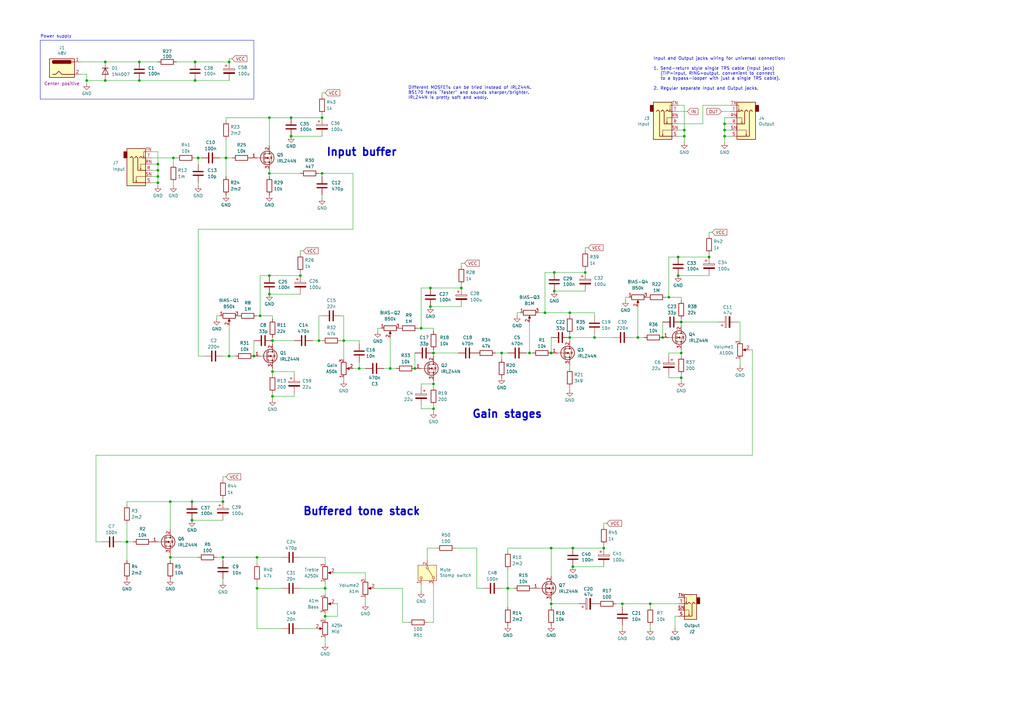
<source format=kicad_sch>
(kicad_sch (version 20250114) (generator "eeschema") (generator_version "9.0")
  (paper "A3")
  (title_block (title "Wenzel’s High-Gain “SOLO” MOSFET Guitar Preamp") (date "December 2025") (rev "r1-wip-1") (comment 1 "Can work with lower voltages, bias Q1, Q2, Q3, and Q4 drain to mid-rails.") (comment 2 "Designed for 48V. You can use a DC-DC booster module that would boost 9-12V to 48V.") (comment 3 "Thanks to robrobinette.com for educational information.") (comment 4 "Inspired by SLO."))
  (rectangle (start 16.51 16.51) (end 104.14 40.64))
  (text "Buffered tone stack" (at 148.336 209.804 0) (effects (font (size 3.175 3.175) (thickness 0.635) (bold yes))))
  (text "Input buffer" (at 148.336 62.484 0) (effects (font (size 3.175 3.175) (thickness 0.635) (bold yes))))
  (text "Gain stages" (at 208.026 169.926 0) (effects (font (size 3.175 3.175) (thickness 0.635) (bold yes))))
  (text "Power supply" (at 16.51 14.224 0) (effects (font (size 1.27 1.27)) (justify left top)))
  (text "Input and Output jacks wiring for universal connection:\n\n1. Send-return style single TRS cable (Input jack)\n   (TIP=input, RING=output, convenient to connect\n   to a bypass-looper with just a single TRS cable).\n\n2. Regular separate Input and Output jacks." (at 267.97 23.368 0) (effects (font (size 1.27 1.27)) (justify left top)))
  (text "Different MOSFETs can be tried instead of IRLZ44N.\nBS170 feels “faster” and sounds sharper/brighter.\nIRLZ44N is pretty soft and wooly." (at 167.386 35.306 0) (effects (font (size 1.27 1.27)) (justify left top)))
  (junction (at 205.74 144.78))
  (junction (at 297.18 50.8))
  (junction (at 132.08 71.12))
  (junction (at 233.68 138.43))
  (junction (at 278.13 113.03))
  (junction (at 132.08 48.26))
  (junction (at 226.06 224.79))
  (junction (at 170.18 151.13))
  (junction (at 35.56 33.02))
  (junction (at 119.38 48.26))
  (junction (at 280.67 53.34))
  (junction (at 223.52 128.27))
  (junction (at 80.01 33.02))
  (junction (at 280.67 55.88))
  (junction (at 297.18 55.88))
  (junction (at 80.01 25.4))
  (junction (at 92.71 64.77))
  (junction (at 255.27 247.65))
  (junction (at 43.18 33.02))
  (junction (at 274.32 121.92))
  (junction (at 93.98 146.05))
  (junction (at 227.33 119.38))
  (junction (at 140.97 139.7))
  (junction (at 176.53 118.11))
  (junction (at 227.33 111.76))
  (junction (at 106.68 129.54))
  (junction (at 71.12 64.77))
  (junction (at 226.06 247.65))
  (junction (at 43.18 25.4))
  (junction (at 247.65 224.79))
  (junction (at 133.35 252.73))
  (junction (at 78.74 205.74))
  (junction (at 279.4 132.08))
  (junction (at 279.4 154.94))
  (junction (at 290.83 105.41))
  (junction (at 104.14 146.05))
  (junction (at 110.49 71.12))
  (junction (at 78.74 213.36))
  (junction (at 233.68 128.27))
  (junction (at 177.8 144.78))
  (junction (at 93.98 25.4))
  (junction (at 111.76 162.56))
  (junction (at 111.76 152.4))
  (junction (at 271.78 138.43))
  (junction (at 64.77 74.93))
  (junction (at 243.84 138.43))
  (junction (at 189.23 118.11))
  (junction (at 278.13 105.41))
  (junction (at 64.77 72.39))
  (junction (at 57.15 25.4))
  (junction (at 105.41 241.3))
  (junction (at 119.38 55.88))
  (junction (at 297.18 53.34))
  (junction (at 234.95 232.41))
  (junction (at 110.49 113.03))
  (junction (at 160.02 151.13))
  (junction (at 57.15 33.02))
  (junction (at 240.03 111.76))
  (junction (at 69.85 205.74))
  (junction (at 91.44 228.6))
  (junction (at 64.77 69.85))
  (junction (at 147.32 151.13))
  (junction (at 110.49 48.26))
  (junction (at 279.4 144.78))
  (junction (at 217.17 144.78))
  (junction (at 52.07 222.25))
  (junction (at 177.8 157.48))
  (junction (at 261.62 138.43))
  (junction (at 266.7 247.65))
  (junction (at 105.41 228.6))
  (junction (at 172.72 134.62))
  (junction (at 91.44 205.74))
  (junction (at 176.53 125.73))
  (junction (at 133.35 241.3))
  (junction (at 69.85 228.6))
  (junction (at 123.19 113.03))
  (junction (at 208.28 241.3))
  (junction (at 81.28 64.77))
  (junction (at 177.8 167.64))
  (junction (at 234.95 224.79))
  (junction (at 110.49 120.65))
  (junction (at 226.06 144.78))
  (junction (at 130.81 139.7))
  (junction (at 111.76 139.7))
  (junction (at 64.77 67.31))
  (wire (pts (xy 172.72 134.62) (xy 177.8 134.62)))
  (wire (pts (xy 303.53 147.32) (xy 303.53 149.86)))
  (wire (pts (xy 147.32 151.13) (xy 149.86 151.13)))
  (wire (pts (xy 92.71 64.77) (xy 92.71 72.39)))
  (wire (pts (xy 257.81 121.92) (xy 256.54 121.92)))
  (wire (pts (xy 35.56 33.02) (xy 35.56 34.29)))
  (wire (pts (xy 105.41 228.6) (xy 105.41 231.14)))
  (wire (pts (xy 133.35 228.6) (xy 133.35 231.14)))
  (wire (pts (xy 132.08 71.12) (xy 144.78 71.12)))
  (wire (pts (xy 217.17 144.78) (xy 218.44 144.78)))
  (wire (pts (xy 165.1 241.3) (xy 165.1 255.27)))
  (wire (pts (xy 138.43 247.65) (xy 138.43 252.73)))
  (wire (pts (xy 91.44 204.47) (xy 91.44 205.74)))
  (wire (pts (xy 110.49 120.65) (xy 123.19 120.65)))
  (wire (pts (xy 208.28 241.3) (xy 208.28 248.92)))
  (wire (pts (xy 274.32 121.92) (xy 279.4 121.92)))
  (wire (pts (xy 203.2 144.78) (xy 205.74 144.78)))
  (wire (pts (xy 259.08 138.43) (xy 261.62 138.43)))
  (wire (pts (xy 140.97 139.7) (xy 139.7 139.7)))
  (wire (pts (xy 140.97 139.7) (xy 147.32 139.7)))
  (wire (pts (xy 91.44 228.6) (xy 91.44 229.87)))
  (wire (pts (xy 52.07 222.25) (xy 52.07 229.87)))
  (wire (pts (xy 186.69 224.79) (xy 195.58 224.79)))
  (wire (pts (xy 220.98 128.27) (xy 223.52 128.27)))
  (wire (pts (xy 205.74 144.78) (xy 208.28 144.78)))
  (wire (pts (xy 110.49 71.12) (xy 110.49 72.39)))
  (wire (pts (xy 92.71 64.77) (xy 95.25 64.77)))
  (wire (pts (xy 111.76 153.67) (xy 111.76 152.4)))
  (wire (pts (xy 226.06 246.38) (xy 226.06 247.65)))
  (wire (pts (xy 81.28 74.93) (xy 81.28 76.2)))
  (wire (pts (xy 111.76 139.7) (xy 120.65 139.7)))
  (wire (pts (xy 240.03 110.49) (xy 240.03 111.76)))
  (wire (pts (xy 57.15 33.02) (xy 80.01 33.02)))
  (wire (pts (xy 93.98 24.13) (xy 93.98 25.4)))
  (wire (pts (xy 123.19 111.76) (xy 123.19 113.03)))
  (wire (pts (xy 279.4 154.94) (xy 279.4 153.67)))
  (wire (pts (xy 154.94 134.62) (xy 154.94 135.89)))
  (wire (pts (xy 189.23 116.84) (xy 189.23 118.11)))
  (wire (pts (xy 227.33 119.38) (xy 240.03 119.38)))
  (wire (pts (xy 33.02 25.4) (xy 43.18 25.4)))
  (wire (pts (xy 172.72 157.48) (xy 172.72 158.75)))
  (wire (pts (xy 104.14 139.7) (xy 104.14 146.05)))
  (wire (pts (xy 69.85 205.74) (xy 52.07 205.74)))
  (wire (pts (xy 110.49 71.12) (xy 123.19 71.12)))
  (wire (pts (xy 64.77 76.2) (xy 64.77 74.93)))
  (wire (pts (xy 130.81 129.54) (xy 130.81 139.7)))
  (wire (pts (xy 280.67 43.18) (xy 280.67 53.34)))
  (wire (pts (xy 71.12 67.31) (xy 71.12 64.77)))
  (wire (pts (xy 140.97 154.94) (xy 140.97 156.21)))
  (wire (pts (xy 278.13 105.41) (xy 290.83 105.41)))
  (wire (pts (xy 83.82 146.05) (xy 81.28 146.05)))
  (wire (pts (xy 241.3 101.6) (xy 240.03 101.6)))
  (wire (pts (xy 147.32 151.13) (xy 144.78 151.13)))
  (wire (pts (xy 132.08 80.01) (xy 132.08 81.28)))
  (wire (pts (xy 176.53 118.11) (xy 172.72 118.11)))
  (wire (pts (xy 133.35 251.46) (xy 133.35 252.73)))
  (wire (pts (xy 110.49 113.03) (xy 123.19 113.03)))
  (wire (pts (xy 297.18 48.26) (xy 297.18 50.8)))
  (wire (pts (xy 149.86 245.11) (xy 149.86 247.65)))
  (wire (pts (xy 124.46 102.87) (xy 123.19 102.87)))
  (wire (pts (xy 208.28 241.3) (xy 210.82 241.3)))
  (wire (pts (xy 234.95 224.79) (xy 247.65 224.79)))
  (wire (pts (xy 72.39 25.4) (xy 80.01 25.4)))
  (wire (pts (xy 130.81 139.7) (xy 132.08 139.7)))
  (wire (pts (xy 52.07 205.74) (xy 52.07 207.01)))
  (wire (pts (xy 62.23 72.39) (xy 64.77 72.39)))
  (wire (pts (xy 176.53 125.73) (xy 189.23 125.73)))
  (wire (pts (xy 115.57 241.3) (xy 105.41 241.3)))
  (wire (pts (xy 120.65 152.4) (xy 120.65 153.67)))
  (wire (pts (xy 279.4 143.51) (xy 279.4 144.78)))
  (wire (pts (xy 308.61 143.51) (xy 307.34 143.51)))
  (wire (pts (xy 233.68 149.86) (xy 233.68 151.13)))
  (wire (pts (xy 278.13 252.73) (xy 276.86 252.73)))
  (wire (pts (xy 226.06 224.79) (xy 234.95 224.79)))
  (wire (pts (xy 62.23 64.77) (xy 71.12 64.77)))
  (wire (pts (xy 64.77 67.31) (xy 64.77 69.85)))
  (wire (pts (xy 110.49 69.85) (xy 110.49 71.12)))
  (wire (pts (xy 57.15 25.4) (xy 64.77 25.4)))
  (wire (pts (xy 278.13 55.88) (xy 280.67 55.88)))
  (wire (pts (xy 233.68 138.43) (xy 233.68 139.7)))
  (wire (pts (xy 213.36 128.27) (xy 212.09 128.27)))
  (wire (pts (xy 123.19 102.87) (xy 123.19 104.14)))
  (wire (pts (xy 279.4 154.94) (xy 279.4 156.21)))
  (wire (pts (xy 302.26 132.08) (xy 303.53 132.08)))
  (wire (pts (xy 78.74 205.74) (xy 91.44 205.74)))
  (wire (pts (xy 233.68 158.75) (xy 233.68 160.02)))
  (wire (pts (xy 110.49 48.26) (xy 119.38 48.26)))
  (wire (pts (xy 280.67 53.34) (xy 280.67 55.88)))
  (wire (pts (xy 69.85 205.74) (xy 69.85 217.17)))
  (wire (pts (xy 299.72 43.18) (xy 288.29 43.18)))
  (wire (pts (xy 288.29 43.18) (xy 288.29 50.8)))
  (wire (pts (xy 111.76 138.43) (xy 111.76 139.7)))
  (wire (pts (xy 177.8 143.51) (xy 177.8 144.78)))
  (wire (pts (xy 233.68 138.43) (xy 233.68 137.16)))
  (wire (pts (xy 123.19 257.81) (xy 129.54 257.81)))
  (wire (pts (xy 227.33 111.76) (xy 223.52 111.76)))
  (wire (pts (xy 276.86 252.73) (xy 276.86 257.81)))
  (wire (pts (xy 132.08 46.99) (xy 132.08 48.26)))
  (wire (pts (xy 130.81 71.12) (xy 132.08 71.12)))
  (wire (pts (xy 278.13 113.03) (xy 290.83 113.03)))
  (wire (pts (xy 261.62 125.73) (xy 261.62 138.43)))
  (wire (pts (xy 278.13 105.41) (xy 274.32 105.41)))
  (wire (pts (xy 278.13 43.18) (xy 280.67 43.18)))
  (wire (pts (xy 266.7 247.65) (xy 266.7 248.92)))
  (wire (pts (xy 256.54 121.92) (xy 256.54 123.19)))
  (wire (pts (xy 243.84 128.27) (xy 243.84 129.54)))
  (wire (pts (xy 297.18 55.88) (xy 297.18 58.42)))
  (wire (pts (xy 62.23 62.23) (xy 64.77 62.23)))
  (wire (pts (xy 160.02 151.13) (xy 162.56 151.13)))
  (wire (pts (xy 132.08 38.1) (xy 132.08 39.37)))
  (wire (pts (xy 137.16 247.65) (xy 138.43 247.65)))
  (wire (pts (xy 64.77 69.85) (xy 62.23 69.85)))
  (wire (pts (xy 115.57 257.81) (xy 105.41 257.81)))
  (wire (pts (xy 105.41 228.6) (xy 115.57 228.6)))
  (wire (pts (xy 279.4 146.05) (xy 279.4 144.78)))
  (wire (pts (xy 91.44 195.58) (xy 91.44 196.85)))
  (wire (pts (xy 278.13 45.72) (xy 281.94 45.72)))
  (wire (pts (xy 233.68 128.27) (xy 233.68 129.54)))
  (wire (pts (xy 177.8 134.62) (xy 177.8 135.89)))
  (wire (pts (xy 172.72 167.64) (xy 172.72 166.37)))
  (wire (pts (xy 233.68 138.43) (xy 243.84 138.43)))
  (wire (pts (xy 140.97 129.54) (xy 139.7 129.54)))
  (wire (pts (xy 71.12 76.2) (xy 71.12 74.93)))
  (wire (pts (xy 271.78 132.08) (xy 271.78 138.43)))
  (wire (pts (xy 274.32 144.78) (xy 279.4 144.78)))
  (wire (pts (xy 234.95 232.41) (xy 247.65 232.41)))
  (wire (pts (xy 274.32 154.94) (xy 274.32 153.67)))
  (wire (pts (xy 144.78 93.98) (xy 144.78 71.12)))
  (wire (pts (xy 111.76 139.7) (xy 111.76 140.97)))
  (wire (pts (xy 35.56 33.02) (xy 43.18 33.02)))
  (wire (pts (xy 33.02 30.48) (xy 35.56 30.48)))
  (wire (pts (xy 177.8 158.75) (xy 177.8 157.48)))
  (wire (pts (xy 106.68 129.54) (xy 111.76 129.54)))
  (wire (pts (xy 93.98 146.05) (xy 96.52 146.05)))
  (wire (pts (xy 177.8 167.64) (xy 177.8 166.37)))
  (wire (pts (xy 226.06 138.43) (xy 226.06 144.78)))
  (wire (pts (xy 255.27 247.65) (xy 252.73 247.65)))
  (wire (pts (xy 295.91 45.72) (xy 299.72 45.72)))
  (wire (pts (xy 133.35 241.3) (xy 133.35 243.84)))
  (wire (pts (xy 120.65 162.56) (xy 120.65 161.29)))
  (wire (pts (xy 111.76 163.83) (xy 111.76 162.56)))
  (wire (pts (xy 35.56 30.48) (xy 35.56 33.02)))
  (wire (pts (xy 153.67 241.3) (xy 165.1 241.3)))
  (wire (pts (xy 81.28 146.05) (xy 81.28 93.98)))
  (wire (pts (xy 303.53 139.7) (xy 303.53 132.08)))
  (wire (pts (xy 72.39 64.77) (xy 71.12 64.77)))
  (wire (pts (xy 147.32 140.97) (xy 147.32 139.7)))
  (wire (pts (xy 133.35 261.62) (xy 133.35 264.16)))
  (wire (pts (xy 128.27 139.7) (xy 130.81 139.7)))
  (wire (pts (xy 177.8 240.03) (xy 177.8 255.27)))
  (wire (pts (xy 226.06 247.65) (xy 226.06 248.92)))
  (wire (pts (xy 157.48 151.13) (xy 160.02 151.13)))
  (wire (pts (xy 62.23 74.93) (xy 64.77 74.93)))
  (wire (pts (xy 273.05 121.92) (xy 274.32 121.92)))
  (wire (pts (xy 279.4 130.81) (xy 279.4 132.08)))
  (wire (pts (xy 299.72 48.26) (xy 297.18 48.26)))
  (wire (pts (xy 172.72 240.03) (xy 172.72 242.57)))
  (wire (pts (xy 91.44 146.05) (xy 93.98 146.05)))
  (wire (pts (xy 292.1 95.25) (xy 290.83 95.25)))
  (wire (pts (xy 105.41 241.3) (xy 105.41 238.76)))
  (wire (pts (xy 132.08 71.12) (xy 132.08 72.39)))
  (wire (pts (xy 290.83 95.25) (xy 290.83 96.52)))
  (wire (pts (xy 130.81 129.54) (xy 132.08 129.54)))
  (wire (pts (xy 64.77 62.23) (xy 64.77 67.31)))
  (wire (pts (xy 266.7 247.65) (xy 278.13 247.65)))
  (wire (pts (xy 299.72 55.88) (xy 297.18 55.88)))
  (wire (pts (xy 110.49 48.26) (xy 92.71 48.26)))
  (wire (pts (xy 226.06 247.65) (xy 237.49 247.65)))
  (wire (pts (xy 78.74 213.36) (xy 91.44 213.36)))
  (wire (pts (xy 69.85 227.33) (xy 69.85 228.6)))
  (wire (pts (xy 299.72 50.8) (xy 297.18 50.8)))
  (wire (pts (xy 195.58 241.3) (xy 198.12 241.3)))
  (wire (pts (xy 62.23 67.31) (xy 64.77 67.31)))
  (wire (pts (xy 240.03 101.6) (xy 240.03 102.87)))
  (wire (pts (xy 91.44 228.6) (xy 88.9 228.6)))
  (wire (pts (xy 111.76 152.4) (xy 111.76 151.13)))
  (wire (pts (xy 105.41 257.81) (xy 105.41 241.3)))
  (wire (pts (xy 90.17 129.54) (xy 88.9 129.54)))
  (wire (pts (xy 140.97 139.7) (xy 140.97 147.32)))
  (wire (pts (xy 43.18 25.4) (xy 57.15 25.4)))
  (wire (pts (xy 255.27 247.65) (xy 266.7 247.65)))
  (wire (pts (xy 177.8 144.78) (xy 177.8 146.05)))
  (wire (pts (xy 172.72 118.11) (xy 172.72 134.62)))
  (wire (pts (xy 171.45 134.62) (xy 172.72 134.62)))
  (wire (pts (xy 39.37 222.25) (xy 41.91 222.25)))
  (wire (pts (xy 279.4 121.92) (xy 279.4 123.19)))
  (wire (pts (xy 123.19 228.6) (xy 133.35 228.6)))
  (wire (pts (xy 177.8 156.21) (xy 177.8 157.48)))
  (wire (pts (xy 279.4 132.08) (xy 294.64 132.08)))
  (wire (pts (xy 208.28 224.79) (xy 226.06 224.79)))
  (wire (pts (xy 106.68 113.03) (xy 106.68 129.54)))
  (wire (pts (xy 119.38 55.88) (xy 132.08 55.88)))
  (wire (pts (xy 170.18 144.78) (xy 170.18 151.13)))
  (wire (pts (xy 226.06 224.79) (xy 226.06 236.22)))
  (wire (pts (xy 69.85 228.6) (xy 69.85 229.87)))
  (wire (pts (xy 297.18 53.34) (xy 297.18 55.88)))
  (wire (pts (xy 120.65 162.56) (xy 111.76 162.56)))
  (wire (pts (xy 247.65 214.63) (xy 247.65 215.9)))
  (wire (pts (xy 190.5 107.95) (xy 189.23 107.95)))
  (wire (pts (xy 195.58 224.79) (xy 195.58 241.3)))
  (wire (pts (xy 92.71 195.58) (xy 91.44 195.58)))
  (wire (pts (xy 208.28 233.68) (xy 208.28 241.3)))
  (wire (pts (xy 205.74 144.78) (xy 205.74 147.32)))
  (wire (pts (xy 80.01 33.02) (xy 93.98 33.02)))
  (wire (pts (xy 133.35 252.73) (xy 133.35 254)))
  (wire (pts (xy 248.92 214.63) (xy 247.65 214.63)))
  (wire (pts (xy 299.72 53.34) (xy 297.18 53.34)))
  (wire (pts (xy 261.62 138.43) (xy 264.16 138.43)))
  (wire (pts (xy 217.17 132.08) (xy 217.17 144.78)))
  (wire (pts (xy 147.32 148.59) (xy 147.32 151.13)))
  (wire (pts (xy 172.72 167.64) (xy 177.8 167.64)))
  (wire (pts (xy 243.84 138.43) (xy 243.84 137.16)))
  (wire (pts (xy 110.49 48.26) (xy 110.49 59.69)))
  (wire (pts (xy 92.71 64.77) (xy 90.17 64.77)))
  (wire (pts (xy 64.77 69.85) (xy 64.77 72.39)))
  (wire (pts (xy 105.41 129.54) (xy 106.68 129.54)))
  (wire (pts (xy 212.09 128.27) (xy 212.09 129.54)))
  (wire (pts (xy 308.61 186.69) (xy 39.37 186.69)))
  (wire (pts (xy 208.28 241.3) (xy 205.74 241.3)))
  (wire (pts (xy 223.52 128.27) (xy 233.68 128.27)))
  (wire (pts (xy 149.86 234.95) (xy 149.86 237.49)))
  (wire (pts (xy 274.32 154.94) (xy 279.4 154.94)))
  (wire (pts (xy 81.28 64.77) (xy 82.55 64.77)))
  (wire (pts (xy 138.43 252.73) (xy 133.35 252.73)))
  (wire (pts (xy 208.28 224.79) (xy 208.28 226.06)))
  (wire (pts (xy 133.35 241.3) (xy 133.35 238.76)))
  (wire (pts (xy 266.7 256.54) (xy 266.7 257.81)))
  (wire (pts (xy 92.71 48.26) (xy 92.71 49.53)))
  (wire (pts (xy 137.16 234.95) (xy 149.86 234.95)))
  (wire (pts (xy 156.21 134.62) (xy 154.94 134.62)))
  (wire (pts (xy 69.85 205.74) (xy 78.74 205.74)))
  (wire (pts (xy 43.18 33.02) (xy 57.15 33.02)))
  (wire (pts (xy 189.23 107.95) (xy 189.23 109.22)))
  (wire (pts (xy 278.13 53.34) (xy 280.67 53.34)))
  (wire (pts (xy 88.9 129.54) (xy 88.9 130.81)))
  (wire (pts (xy 80.01 64.77) (xy 81.28 64.77)))
  (wire (pts (xy 91.44 228.6) (xy 105.41 228.6)))
  (wire (pts (xy 175.26 255.27) (xy 177.8 255.27)))
  (wire (pts (xy 123.19 241.3) (xy 133.35 241.3)))
  (wire (pts (xy 52.07 222.25) (xy 49.53 222.25)))
  (wire (pts (xy 274.32 144.78) (xy 274.32 146.05)))
  (wire (pts (xy 81.28 93.98) (xy 144.78 93.98)))
  (wire (pts (xy 177.8 167.64) (xy 177.8 168.91)))
  (wire (pts (xy 69.85 228.6) (xy 81.28 228.6)))
  (wire (pts (xy 243.84 138.43) (xy 251.46 138.43)))
  (wire (pts (xy 111.76 129.54) (xy 111.76 130.81)))
  (wire (pts (xy 175.26 224.79) (xy 175.26 229.87)))
  (wire (pts (xy 279.4 132.08) (xy 279.4 133.35)))
  (wire (pts (xy 297.18 50.8) (xy 297.18 53.34)))
  (wire (pts (xy 119.38 48.26) (xy 132.08 48.26)))
  (wire (pts (xy 120.65 152.4) (xy 111.76 152.4)))
  (wire (pts (xy 176.53 118.11) (xy 189.23 118.11)))
  (wire (pts (xy 290.83 104.14) (xy 290.83 105.41)))
  (wire (pts (xy 111.76 162.56) (xy 111.76 161.29)))
  (wire (pts (xy 80.01 25.4) (xy 93.98 25.4)))
  (wire (pts (xy 280.67 55.88) (xy 280.67 58.42)))
  (wire (pts (xy 255.27 256.54) (xy 255.27 257.81)))
  (wire (pts (xy 81.28 64.77) (xy 81.28 67.31)))
  (wire (pts (xy 233.68 128.27) (xy 243.84 128.27)))
  (wire (pts (xy 177.8 144.78) (xy 187.96 144.78)))
  (wire (pts (xy 39.37 186.69) (xy 39.37 222.25)))
  (wire (pts (xy 247.65 223.52) (xy 247.65 224.79)))
  (wire (pts (xy 110.49 113.03) (xy 106.68 113.03)))
  (wire (pts (xy 93.98 133.35) (xy 93.98 146.05)))
  (wire (pts (xy 93.98 24.13) (xy 95.25 24.13)))
  (wire (pts (xy 91.44 237.49) (xy 91.44 238.76)))
  (wire (pts (xy 274.32 105.41) (xy 274.32 121.92)))
  (wire (pts (xy 52.07 222.25) (xy 54.61 222.25)))
  (wire (pts (xy 308.61 143.51) (xy 308.61 186.69)))
  (wire (pts (xy 133.35 38.1) (xy 132.08 38.1)))
  (wire (pts (xy 140.97 129.54) (xy 140.97 139.7)))
  (wire (pts (xy 175.26 224.79) (xy 179.07 224.79)))
  (wire (pts (xy 215.9 144.78) (xy 217.17 144.78)))
  (wire (pts (xy 255.27 247.65) (xy 255.27 248.92)))
  (wire (pts (xy 172.72 157.48) (xy 177.8 157.48)))
  (wire (pts (xy 288.29 50.8) (xy 278.13 50.8)))
  (wire (pts (xy 64.77 72.39) (xy 64.77 74.93)))
  (wire (pts (xy 52.07 214.63) (xy 52.07 222.25)))
  (wire (pts (xy 227.33 111.76) (xy 240.03 111.76)))
  (wire (pts (xy 160.02 138.43) (xy 160.02 151.13)))
  (wire (pts (xy 223.52 111.76) (xy 223.52 128.27)))
  (wire (pts (xy 165.1 255.27) (xy 167.64 255.27)))
  (wire (pts (xy 92.71 57.15) (xy 92.71 64.77)))
  (global_label "VCC" (shape input) (at 95.25 24.13 0) (property "Intersheetrefs" "${INTERSHEET_REFS}" (effects (hide yes))))
  (global_label "VCC" (shape input) (at 190.5 107.95 0) (property "Intersheetrefs" "${INTERSHEET_REFS}" (effects (hide yes))))
  (global_label "IN" (shape input) (at 281.94 45.72 0) (property "Intersheetrefs" "${INTERSHEET_REFS}" (effects (hide yes))))
  (global_label "VCC" (shape input) (at 92.71 195.58 0) (property "Intersheetrefs" "${INTERSHEET_REFS}" (effects (hide yes))))
  (global_label "VCC" (shape input) (at 133.35 38.1 0) (property "Intersheetrefs" "${INTERSHEET_REFS}" (effects (hide yes))))
  (global_label "VCC" (shape input) (at 241.3 101.6 0) (property "Intersheetrefs" "${INTERSHEET_REFS}" (effects (hide yes))))
  (global_label "VCC" (shape input) (at 248.92 214.63 0) (property "Intersheetrefs" "${INTERSHEET_REFS}" (effects (hide yes))))
  (global_label "OUT" (shape input) (at 295.91 45.72 180) (property "Intersheetrefs" "${INTERSHEET_REFS}" (effects (hide yes))))
  (global_label "VCC" (shape input) (at 292.1 95.25 0) (property "Intersheetrefs" "${INTERSHEET_REFS}" (effects (hide yes))))
  (global_label "VCC" (shape input) (at 124.46 102.87 0) (property "Intersheetrefs" "${INTERSHEET_REFS}" (effects (hide yes))))
  (symbol (lib_id "Device:C") (at 119.38 241.3 90) (unit 1)
    (property "Reference" "C31" (at 119.38 234.95 90))
    (property "Value" "20n" (at 119.38 237.49 90))
    (property "Description" "Unpolarized capacitor" (effects (hide yes)))
  )
  (symbol (lib_id "Device:C") (at 86.36 64.77 90) (unit 1)
    (property "Reference" "C10" (at 86.36 58.42 90))
    (property "Value" "100n" (at 86.36 60.96 90))
    (property "Description" "Unpolarized capacitor" (effects (hide yes)))
  )
  (symbol (lib_id "Device:R_Potentiometer") (at 133.35 234.95 0) (mirror x) (unit 1)
    (property "Reference" "Treble" (at 130.81 233.6799 0) (effects (justify right)))
    (property "Value" "A250k" (at 130.81 236.2199 0) (effects (justify right)))
    (property "Description" "Potentiometer" (effects (hide yes)))
  )
  (symbol (lib_id "Device:R") (at 248.92 247.65 90) (unit 1)
    (property "Reference" "R17" (at 248.92 242.316 90))
    (property "Value" "100" (at 248.92 244.856 90))
    (property "Description" "Resistor" (effects (hide yes)))
  )
  (symbol (lib_id "Device:R") (at 68.58 25.4 90) (unit 1)
    (property "Reference" "R27" (at 68.58 21.082 90))
    (property "Value" "100" (at 68.58 23.114 90))
    (property "Description" "Resistor" (effects (hide yes)))
  )
  (symbol (lib_id "Device:R") (at 177.8 139.7 0) (unit 1)
    (property "Reference" "R18" (at 180.34 138.4299 0) (effects (justify left)))
    (property "Value" "10k" (at 180.34 140.9699 0) (effects (justify left)))
    (property "Description" "Resistor" (effects (hide yes)))
  )
  (symbol (lib_id "Device:C") (at 119.38 228.6 90) (unit 1)
    (property "Reference" "C24" (at 119.38 222.25 90))
    (property "Value" "470p" (at 119.38 224.79 90))
    (property "Description" "Unpolarized capacitor" (effects (hide yes)))
  )
  (symbol (lib_id "Device:R") (at 92.71 53.34 0) (unit 1)
    (property "Reference" "R23" (at 94.488 52.07 0) (effects (justify left)))
    (property "Value" "2m2" (at 94.488 54.61 0) (effects (justify left)))
    (property "Description" "Resistor" (effects (hide yes)))
  )
  (symbol (lib_id "power:GND") (at 256.54 123.19 0) (unit 1)
    (property "Reference" "#PWR05" (effects (hide yes)))
    (property "Value" "GND" (at 256.54 127.254 0))
    (property "Description" "Power symbol creates a global label with name \"GND\" , ground" (effects (hide yes)))
  )
  (symbol (lib_id "Device:R") (at 214.63 241.3 90) (unit 1)
    (property "Reference" "R15" (at 214.63 235.966 90))
    (property "Value" "10k" (at 214.63 238.506 90))
    (property "Description" "Resistor" (effects (hide yes)))
  )
  (symbol (lib_id "Device:C_Polarized") (at 240.03 115.57 0) (unit 1)
    (property "Reference" "C32" (at 243.586 114.0461 0) (effects (justify left)))
    (property "Value" "100u" (at 243.586 116.5861 0) (effects (justify left)))
    (property "Description" "Polarized capacitor" (effects (hide yes)))
    (property "Field5" ">=63V" (effects (hide yes)))
  )
  (symbol (lib_id "Connector_Audio:AudioJack3_Switch") (at 304.8 50.8 180) (unit 1)
    (property "Reference" "J4" (at 311.15 48.514 0) (effects (justify right)))
    (property "Value" "Output" (at 311.15 50.8 0) (effects (justify right)))
    (property "Description" "Audio Jack, 3 Poles (Stereo / TRS), Switched Poles (Normalling)" (effects (hide yes)))
    (property "Field5" "And output (ring for TRS cable)" (effects (hide yes)))
    (property "Field6" "if output jack is not connected" (effects (hide yes)))
  )
  (symbol (lib_id "Device:C") (at 135.89 129.54 90) (unit 1)
    (property "Reference" "C15" (at 135.89 123.19 90))
    (property "Value" "22n" (at 135.89 125.73 90))
    (property "Description" "Unpolarized capacitor" (effects (hide yes)))
  )
  (symbol (lib_id "Device:R") (at 52.07 233.68 0) (unit 1)
    (property "Reference" "R4" (at 53.848 232.41 0) (effects (justify left)))
    (property "Value" "2m2" (at 53.848 234.95 0) (effects (justify left)))
    (property "Description" "Resistor" (effects (hide yes)))
  )
  (symbol (lib_id "Device:R") (at 52.07 210.82 0) (unit 1)
    (property "Reference" "R3" (at 53.848 209.55 0) (effects (justify left)))
    (property "Value" "2m2" (at 53.848 212.09 0) (effects (justify left)))
    (property "Description" "Resistor" (effects (hide yes)))
  )
  (symbol (lib_id "Device:C_Polarized") (at 120.65 157.48 0) (unit 1)
    (property "Reference" "C59" (at 123.952 156.21 0) (effects (justify left)))
    (property "Value" "22u" (at 123.952 158.75 0) (effects (justify left)))
    (property "Description" "Polarized capacitor" (effects (hide yes)))
    (property "Field5" ">=63V" (effects (hide yes)))
  )
  (symbol (lib_id "Device:R") (at 135.89 139.7 90) (unit 1)
    (property "Reference" "R32" (at 135.89 134.366 90))
    (property "Value" "47k" (at 135.89 136.906 90))
    (property "Description" "Resistor" (effects (hide yes)))
  )
  (symbol (lib_id "power:GND") (at 35.56 34.29 0) (unit 1)
    (property "Reference" "#PWR01" (effects (hide yes)))
    (property "Value" "GND" (at 35.56 38.354 0))
    (property "Description" "Power symbol creates a global label with name \"GND\" , ground" (effects (hide yes)))
  )
  (symbol (lib_id "Connector_Audio:AudioJack3_Switch") (at 57.15 69.85 0) (mirror x) (unit 1)
    (property "Reference" "J7" (at 46.228 66.802 0) (effects (justify left)))
    (property "Value" "Input" (at 46.228 69.342 0) (effects (justify left)))
    (property "Description" "Audio Jack, 3 Poles (Stereo / TRS), Switched Poles (Normalling)" (effects (hide yes)))
    (property "Field5" "And output (ring for TRS cable)" (effects (hide yes)))
    (property "Field6" "if output jack is not connected" (effects (hide yes)))
  )
  (symbol (lib_id "Device:C") (at 78.74 209.55 0) (unit 1)
    (property "Reference" "C37" (at 82.296 208.2801 0) (effects (justify left)))
    (property "Value" "100n" (at 82.296 210.566 0) (effects (justify left)))
    (property "Description" "Unpolarized capacitor" (effects (hide yes)))
    (property "Field5" ">=63V" (effects (hide yes)))
  )
  (symbol (lib_id "Device:R") (at 269.24 121.92 90) (unit 1)
    (property "Reference" "R22" (at 269.24 116.586 90))
    (property "Value" "1M" (at 269.24 119.126 90))
    (property "Description" "Resistor" (effects (hide yes)))
  )
  (symbol (lib_id "Device:R_Potentiometer") (at 133.35 247.65 0) (unit 1)
    (property "Reference" "Bass" (at 130.81 248.9201 0) (effects (justify right)))
    (property "Value" "A1m" (at 130.81 246.3801 0) (effects (justify right)))
    (property "Description" "Potentiometer" (effects (hide yes)))
  )
  (symbol (lib_id "Device:C") (at 278.13 109.22 0) (unit 1)
    (property "Reference" "C33" (at 281.686 107.9501 0) (effects (justify left)))
    (property "Value" "100n" (at 281.686 110.236 0) (effects (justify left)))
    (property "Description" "Unpolarized capacitor" (effects (hide yes)))
    (property "Field5" ">=63V" (effects (hide yes)))
  )
  (symbol (lib_id "power:GND") (at 234.95 232.41 0) (unit 1)
    (property "Reference" "#PWR036" (effects (hide yes)))
    (property "Value" "GND" (at 234.95 236.474 0))
    (property "Description" "Power symbol creates a global label with name \"GND\" , ground" (effects (hide yes)))
  )
  (symbol (lib_id "Device:C") (at 201.93 241.3 90) (unit 1)
    (property "Reference" "C48" (at 201.93 234.95 90))
    (property "Value" "100n" (at 201.93 237.49 90))
    (property "Description" "Unpolarized capacitor" (effects (hide yes)))
  )
  (symbol (lib_id "power:GND") (at 227.33 119.38 0) (unit 1)
    (property "Reference" "#PWR023" (effects (hide yes)))
    (property "Value" "GND" (at 227.33 123.444 0))
    (property "Description" "Power symbol creates a global label with name \"GND\" , ground" (effects (hide yes)))
  )
  (symbol (lib_id "Device:R_Potentiometer") (at 93.98 129.54 90) (mirror x) (unit 1)
    (property "Reference" "BIAS-Q1" (at 93.98 123.19 90))
    (property "Value" "B50k" (at 93.98 125.73 90))
    (property "Description" "Potentiometer" (effects (hide yes)))
  )
  (symbol (lib_id "Device:R") (at 105.41 234.95 0) (unit 1)
    (property "Reference" "R40" (at 107.95 233.6799 0) (effects (justify left)))
    (property "Value" "47k" (at 107.95 236.2199 0) (effects (justify left)))
    (property "Description" "Resistor" (effects (hide yes)))
  )
  (symbol (lib_id "Transistor_FET:IRF540N") (at 223.52 241.3 0) (unit 1)
    (property "Reference" "Q7" (at 229.108 240.03 0) (effects (justify left)))
    (property "Value" "IRLZ44N" (at 229.108 242.57 0) (effects (justify left)))
    (property "Footprint" "Package_TO_SOT_THT:TO-220-3_Vertical" (effects (hide yes)))
    (property "Datasheet" "http://www.irf.com/product-info/datasheets/data/irf540n.pdf" (effects (hide yes)))
    (property "Description" "33A Id, 100V Vds, HEXFET N-Channel MOSFET, TO-220" (effects (hide yes)))
  )
  (symbol (lib_id "power:GND") (at 140.97 156.21 0) (unit 1)
    (property "Reference" "#PWR018" (effects (hide yes)))
    (property "Value" "GND" (at 140.97 160.274 0))
    (property "Description" "Power symbol creates a global label with name \"GND\" , ground" (effects (hide yes)))
  )
  (symbol (lib_id "Device:C") (at 91.44 233.68 0) (unit 1)
    (property "Reference" "C9" (at 95.25 232.4099 0) (effects (justify left)))
    (property "Value" "10n" (at 95.25 234.9499 0) (effects (justify left)))
    (property "Description" "Unpolarized capacitor" (effects (hide yes)))
  )
  (symbol (lib_id "Device:R") (at 69.85 233.68 0) (unit 1)
    (property "Reference" "R5" (at 71.628 232.41 0) (effects (justify left)))
    (property "Value" "10k" (at 71.628 234.95 0) (effects (justify left)))
    (property "Description" "Resistor" (effects (hide yes)))
  )
  (symbol (lib_id "Device:R") (at 110.49 76.2 0) (unit 1)
    (property "Reference" "R29" (at 112.268 74.93 0) (effects (justify left)))
    (property "Value" "10k" (at 112.268 77.47 0) (effects (justify left)))
    (property "Description" "Resistor" (effects (hide yes)))
  )
  (symbol (lib_id "Device:R") (at 127 71.12 90) (unit 1)
    (property "Reference" "R30" (at 127 65.786 90))
    (property "Value" "4k7" (at 127 68.326 90))
    (property "Description" "Resistor" (effects (hide yes)))
  )
  (symbol (lib_id "Device:C") (at 227.33 115.57 0) (unit 1)
    (property "Reference" "C29" (at 230.886 114.3001 0) (effects (justify left)))
    (property "Value" "100n" (at 230.886 116.586 0) (effects (justify left)))
    (property "Description" "Unpolarized capacitor" (effects (hide yes)))
    (property "Field5" ">=63V" (effects (hide yes)))
  )
  (symbol (lib_id "power:GND") (at 110.49 80.01 0) (unit 1)
    (property "Reference" "#PWR011" (effects (hide yes)))
    (property "Value" "GND" (at 110.49 84.074 0))
    (property "Description" "Power symbol creates a global label with name \"GND\" , ground" (effects (hide yes)))
  )
  (symbol (lib_id "Device:R") (at 279.4 127 0) (unit 1)
    (property "Reference" "R38" (at 281.94 125.7299 0) (effects (justify left)))
    (property "Value" "22k" (at 281.94 128.2699 0) (effects (justify left)))
    (property "Description" "Resistor" (effects (hide yes)))
  )
  (symbol (lib_id "Device:R_Potentiometer") (at 133.35 257.81 180) (unit 1)
    (property "Reference" "Mid" (at 135.89 259.0801 0) (effects (justify right)))
    (property "Value" "A25k" (at 135.89 256.5401 0) (effects (justify right)))
    (property "Description" "Potentiometer" (effects (hide yes)))
  )
  (symbol (lib_id "Device:R") (at 189.23 113.03 0) (unit 1)
    (property "Reference" "R28" (at 191.008 111.76 0) (effects (justify left)))
    (property "Value" "1k" (at 191.008 114.3 0) (effects (justify left)))
    (property "Description" "Resistor" (effects (hide yes)))
  )
  (symbol (lib_id "Device:C_Polarized") (at 93.98 29.21 0) (unit 1)
    (property "Reference" "C58" (at 97.536 27.6861 0) (effects (justify left)))
    (property "Value" "100u" (at 97.536 30.2261 0) (effects (justify left)))
    (property "Description" "Polarized capacitor" (effects (hide yes)))
    (property "Field5" ">=63V" (effects (hide yes)))
  )
  (symbol (lib_id "Device:R") (at 111.76 134.62 0) (unit 1)
    (property "Reference" "R11" (at 113.538 133.35 0) (effects (justify left)))
    (property "Value" "22k" (at 113.538 135.89 0) (effects (justify left)))
    (property "Description" "Resistor" (effects (hide yes)))
  )
  (symbol (lib_id "Device:C") (at 153.67 151.13 270) (unit 1)
    (property "Reference" "C3" (at 153.67 157.48 90))
    (property "Value" "470n" (at 153.67 154.94 90))
    (property "Description" "Unpolarized capacitor" (effects (hide yes)))
  )
  (symbol (lib_id "power:GND") (at 154.94 135.89 0) (unit 1)
    (property "Reference" "#PWR03" (effects (hide yes)))
    (property "Value" "GND" (at 154.94 139.954 0))
    (property "Description" "Power symbol creates a global label with name \"GND\" , ground" (effects (hide yes)))
  )
  (symbol (lib_id "Device:C_Polarized") (at 91.44 209.55 0) (unit 1)
    (property "Reference" "C39" (at 94.996 208.0261 0) (effects (justify left)))
    (property "Value" "100u" (at 94.996 210.5661 0) (effects (justify left)))
    (property "Description" "Polarized capacitor" (effects (hide yes)))
    (property "Field5" ">=63V" (effects (hide yes)))
  )
  (symbol (lib_id "power:GND") (at 92.71 80.01 0) (unit 1)
    (property "Reference" "#PWR010" (effects (hide yes)))
    (property "Value" "GND" (at 92.71 84.074 0))
    (property "Description" "Power symbol creates a global label with name \"GND\" , ground" (effects (hide yes)))
  )
  (symbol (lib_id "Device:R") (at 100.33 146.05 90) (unit 1)
    (property "Reference" "R31" (at 100.33 140.716 90))
    (property "Value" "10k" (at 100.33 143.256 90))
    (property "Description" "Resistor" (effects (hide yes)))
  )
  (symbol (lib_id "Device:R") (at 208.28 229.87 0) (unit 1)
    (property "Reference" "R10" (at 210.058 228.6 0) (effects (justify left)))
    (property "Value" "2m2" (at 210.058 231.14 0) (effects (justify left)))
    (property "Description" "Resistor" (effects (hide yes)))
  )
  (symbol (lib_id "power:GND") (at 278.13 113.03 0) (unit 1)
    (property "Reference" "#PWR024" (effects (hide yes)))
    (property "Value" "GND" (at 278.13 117.094 0))
    (property "Description" "Power symbol creates a global label with name \"GND\" , ground" (effects (hide yes)))
  )
  (symbol (lib_id "Transistor_FET:IRF540N") (at 175.26 151.13 0) (unit 1)
    (property "Reference" "Q2" (at 180.848 149.86 0) (effects (justify left)))
    (property "Value" "IRLZ44N" (at 180.848 152.4 0) (effects (justify left)))
    (property "Footprint" "Package_TO_SOT_THT:TO-220-3_Vertical" (effects (hide yes)))
    (property "Datasheet" "http://www.irf.com/product-info/datasheets/data/irf540n.pdf" (effects (hide yes)))
    (property "Description" "33A Id, 100V Vds, HEXFET N-Channel MOSFET, TO-220" (effects (hide yes)))
  )
  (symbol (lib_id "Connector:Jack-DC") (at 25.4 27.94 0) (unit 1)
    (property "Reference" "J1" (at 25.4 19.558 0))
    (property "Value" "48V" (at 25.4 21.844 0))
    (property "Description" "DC Barrel Jack" (effects (hide yes)))
    (property "Field5" "Tube DC power booster power" (effects (hide yes)))
    (property "Field6" "Center positive" (at 25.4 34.29 0))
  )
  (symbol (lib_id "Device:R") (at 182.88 224.79 90) (unit 1)
    (property "Reference" "R50" (at 182.88 219.456 90))
    (property "Value" "100" (at 182.88 221.996 90))
    (property "Description" "Resistor" (effects (hide yes)))
  )
  (symbol (lib_id "Device:R") (at 167.64 134.62 90) (unit 1)
    (property "Reference" "R9" (at 167.64 129.286 90))
    (property "Value" "1M" (at 167.64 131.826 90))
    (property "Description" "Resistor" (effects (hide yes)))
  )
  (symbol (lib_id "Device:R") (at 208.28 252.73 0) (unit 1)
    (property "Reference" "R14" (at 210.058 251.46 0) (effects (justify left)))
    (property "Value" "2m2" (at 210.058 254 0) (effects (justify left)))
    (property "Description" "Resistor" (effects (hide yes)))
  )
  (symbol (lib_id "Device:C_Polarized") (at 290.83 109.22 0) (unit 1)
    (property "Reference" "C34" (at 294.386 107.6961 0) (effects (justify left)))
    (property "Value" "100u" (at 294.386 110.2361 0) (effects (justify left)))
    (property "Description" "Polarized capacitor" (effects (hide yes)))
    (property "Field5" ">=63V" (effects (hide yes)))
  )
  (symbol (lib_id "Device:C") (at 87.63 146.05 90) (unit 1)
    (property "Reference" "C2" (at 87.63 139.7 90))
    (property "Value" "220n" (at 87.63 142.24 90))
    (property "Description" "Unpolarized capacitor" (effects (hide yes)))
  )
  (symbol (lib_id "Transistor_FET:IRF540N") (at 276.86 138.43 0) (unit 1)
    (property "Reference" "Q4" (at 282.448 137.16 0) (effects (justify left)))
    (property "Value" "IRLZ44N" (at 282.448 139.7 0) (effects (justify left)))
    (property "Footprint" "Package_TO_SOT_THT:TO-220-3_Vertical" (effects (hide yes)))
    (property "Datasheet" "http://www.irf.com/product-info/datasheets/data/irf540n.pdf" (effects (hide yes)))
    (property "Description" "33A Id, 100V Vds, HEXFET N-Channel MOSFET, TO-220" (effects (hide yes)))
  )
  (symbol (lib_id "power:GND") (at 132.08 81.28 0) (unit 1)
    (property "Reference" "#PWR020" (effects (hide yes)))
    (property "Value" "GND" (at 132.08 85.344 0))
    (property "Description" "Power symbol creates a global label with name \"GND\" , ground" (effects (hide yes)))
  )
  (symbol (lib_id "Device:C") (at 212.09 144.78 90) (unit 1)
    (property "Reference" "C5" (at 212.09 138.43 90))
    (property "Value" "470n" (at 212.09 140.97 90))
    (property "Description" "Unpolarized capacitor" (effects (hide yes)))
  )
  (symbol (lib_id "Device:C") (at 107.95 139.7 90) (unit 1)
    (property "Reference" "C8" (at 107.95 133.35 90))
    (property "Value" "33p" (at 107.95 135.89 90))
    (property "Description" "Unpolarized capacitor" (effects (hide yes)))
  )
  (symbol (lib_id "power:GND") (at 172.72 242.57 0) (unit 1)
    (property "Reference" "#PWR032" (effects (hide yes)))
    (property "Value" "GND" (at 172.72 246.634 0))
    (property "Description" "Power symbol creates a global label with name \"GND\" , ground" (effects (hide yes)))
  )
  (symbol (lib_id "Device:R_Potentiometer") (at 303.53 143.51 0) (mirror x) (unit 1)
    (property "Reference" "Volume1" (at 300.99 142.2399 0) (effects (justify right)))
    (property "Value" "A100k" (at 300.99 144.7799 0) (effects (justify right)))
    (property "Description" "Potentiometer" (effects (hide yes)))
  )
  (symbol (lib_id "Device:R") (at 199.39 144.78 90) (unit 1)
    (property "Reference" "R34" (at 199.39 139.446 90))
    (property "Value" "47k" (at 199.39 141.986 90))
    (property "Description" "Resistor" (effects (hide yes)))
  )
  (symbol (lib_id "Device:C") (at 119.38 257.81 90) (unit 1)
    (property "Reference" "C49" (at 119.38 251.46 90))
    (property "Value" "20n" (at 119.38 254 90))
    (property "Description" "Unpolarized capacitor" (effects (hide yes)))
  )
  (symbol (lib_id "power:GND") (at 110.49 120.65 0) (unit 1)
    (property "Reference" "#PWR021" (effects (hide yes)))
    (property "Value" "GND" (at 110.49 124.714 0))
    (property "Description" "Power symbol creates a global label with name \"GND\" , ground" (effects (hide yes)))
  )
  (symbol (lib_id "Device:C") (at 45.72 222.25 90) (unit 1)
    (property "Reference" "C7" (at 45.72 215.9 90))
    (property "Value" "100n" (at 45.72 218.44 90))
    (property "Description" "Unpolarized capacitor" (effects (hide yes)))
  )
  (symbol (lib_id "Transistor_FET:IRF540N") (at 107.95 64.77 0) (unit 1)
    (property "Reference" "Q5" (at 113.538 63.5 0) (effects (justify left)))
    (property "Value" "IRLZ44N" (at 113.538 66.04 0) (effects (justify left)))
    (property "Footprint" "Package_TO_SOT_THT:TO-220-3_Vertical" (effects (hide yes)))
    (property "Datasheet" "http://www.irf.com/product-info/datasheets/data/irf540n.pdf" (effects (hide yes)))
    (property "Description" "33A Id, 100V Vds, HEXFET N-Channel MOSFET, TO-220" (effects (hide yes)))
  )
  (symbol (lib_id "Device:R") (at 222.25 144.78 90) (unit 1)
    (property "Reference" "R1" (at 222.25 139.446 90))
    (property "Value" "10k" (at 222.25 141.986 90))
    (property "Description" "Resistor" (effects (hide yes)))
  )
  (symbol (lib_id "Device:R") (at 240.03 106.68 0) (unit 1)
    (property "Reference" "R39" (at 241.808 105.41 0) (effects (justify left)))
    (property "Value" "1k" (at 241.808 107.95 0) (effects (justify left)))
    (property "Description" "Resistor" (effects (hide yes)))
  )
  (symbol (lib_id "Device:C") (at 255.27 252.73 0) (unit 1)
    (property "Reference" "C21" (at 259.08 251.4599 0) (effects (justify left)))
    (property "Value" "10n" (at 259.08 253.9999 0) (effects (justify left)))
    (property "Description" "Unpolarized capacitor" (effects (hide yes)))
  )
  (symbol (lib_id "power:GND") (at 279.4 156.21 0) (unit 1)
    (property "Reference" "#PWR029" (effects (hide yes)))
    (property "Value" "GND" (at 279.4 160.274 0))
    (property "Description" "Power symbol creates a global label with name \"GND\" , ground" (effects (hide yes)))
  )
  (symbol (lib_id "Device:R") (at 85.09 228.6 90) (unit 1)
    (property "Reference" "R6" (at 85.09 223.266 90))
    (property "Value" "100" (at 85.09 225.806 90))
    (property "Description" "Resistor" (effects (hide yes)))
  )
  (symbol (lib_id "power:GND") (at 266.7 257.81 0) (unit 1)
    (property "Reference" "#PWR09" (effects (hide yes)))
    (property "Value" "GND" (at 266.7 261.874 0))
    (property "Description" "Power symbol creates a global label with name \"GND\" , ground" (effects (hide yes)))
  )
  (symbol (lib_id "power:GND") (at 233.68 160.02 0) (unit 1)
    (property "Reference" "#PWR028" (effects (hide yes)))
    (property "Value" "GND" (at 233.68 164.084 0))
    (property "Description" "Power symbol creates a global label with name \"GND\" , ground" (effects (hide yes)))
  )
  (symbol (lib_id "power:GND") (at 303.53 149.86 0) (unit 1)
    (property "Reference" "#PWR033" (effects (hide yes)))
    (property "Value" "GND" (at 303.53 153.924 0))
    (property "Description" "Power symbol creates a global label with name \"GND\" , ground" (effects (hide yes)))
  )
  (symbol (lib_id "Device:R") (at 205.74 151.13 0) (unit 1)
    (property "Reference" "R20" (at 207.518 149.86 0) (effects (justify left)))
    (property "Value" "100k" (at 207.518 152.4 0) (effects (justify left)))
    (property "Description" "Resistor" (effects (hide yes)))
  )
  (symbol (lib_id "Device:R") (at 101.6 129.54 90) (unit 1)
    (property "Reference" "R8" (at 101.6 124.206 90))
    (property "Value" "1M" (at 101.6 126.746 90))
    (property "Description" "Resistor" (effects (hide yes)))
  )
  (symbol (lib_id "Device:R") (at 111.76 157.48 0) (unit 1)
    (property "Reference" "R13" (at 113.538 156.21 0) (effects (justify left)))
    (property "Value" "200" (at 113.538 158.75 0) (effects (justify left)))
    (property "Description" "Resistor" (effects (hide yes)))
  )
  (symbol (lib_id "Device:R") (at 233.68 154.94 0) (unit 1)
    (property "Reference" "R21" (at 235.458 153.67 0) (effects (justify left)))
    (property "Value" "3k9" (at 235.458 156.21 0) (effects (justify left)))
    (property "Description" "Resistor" (effects (hide yes)))
  )
  (symbol (lib_id "Device:C") (at 255.27 138.43 90) (unit 1)
    (property "Reference" "C30" (at 255.27 132.08 90))
    (property "Value" "220n" (at 255.27 134.62 90))
    (property "Description" "Unpolarized capacitor" (effects (hide yes)))
  )
  (symbol (lib_id "Device:C") (at 80.01 29.21 0) (unit 1)
    (property "Reference" "C38" (at 83.566 27.9401 0) (effects (justify left)))
    (property "Value" "100n" (at 83.566 30.226 0) (effects (justify left)))
    (property "Description" "Unpolarized capacitor" (effects (hide yes)))
    (property "Field5" ">=63V" (effects (hide yes)))
  )
  (symbol (lib_id "Device:C") (at 229.87 138.43 90) (unit 1)
    (property "Reference" "C22" (at 229.87 132.08 90))
    (property "Value" "33p" (at 229.87 134.62 90))
    (property "Description" "Unpolarized capacitor" (effects (hide yes)))
  )
  (symbol (lib_id "Device:R") (at 226.06 252.73 0) (unit 1)
    (property "Reference" "R16" (at 227.838 251.46 0) (effects (justify left)))
    (property "Value" "10k" (at 227.838 254 0) (effects (justify left)))
    (property "Description" "Resistor" (effects (hide yes)))
  )
  (symbol (lib_id "Device:R") (at 99.06 64.77 90) (unit 1)
    (property "Reference" "R25" (at 99.06 59.436 90))
    (property "Value" "10k" (at 99.06 61.976 90))
    (property "Description" "Resistor" (effects (hide yes)))
  )
  (symbol (lib_id "power:GND") (at 78.74 213.36 0) (unit 1)
    (property "Reference" "#PWR035" (effects (hide yes)))
    (property "Value" "GND" (at 78.74 217.424 0))
    (property "Description" "Power symbol creates a global label with name \"GND\" , ground" (effects (hide yes)))
  )
  (symbol (lib_id "Device:C") (at 275.59 132.08 90) (unit 1)
    (property "Reference" "C23" (at 275.59 125.73 90))
    (property "Value" "33p" (at 275.59 128.27 90))
    (property "Description" "Unpolarized capacitor" (effects (hide yes)))
  )
  (symbol (lib_id "power:GND") (at 111.76 163.83 0) (unit 1)
    (property "Reference" "#PWR017" (effects (hide yes)))
    (property "Value" "GND" (at 111.76 167.894 0))
    (property "Description" "Power symbol creates a global label with name \"GND\" , ground" (effects (hide yes)))
  )
  (symbol (lib_id "Connector_Audio:AudioJack2_Switch") (at 283.21 247.65 180) (unit 1)
    (property "Reference" "J2" (at 283.845 259.08 0))
    (property "Value" "Output" (at 283.845 256.54 0))
    (property "Description" "Audio Jack, 2 Poles (Mono / TS), Switched Pole (Normalling)" (effects (hide yes)))
  )
  (symbol (lib_id "Device:R") (at 71.12 71.12 0) (unit 1)
    (property "Reference" "R12" (at 72.898 69.85 0) (effects (justify left)))
    (property "Value" "1m" (at 72.898 72.39 0) (effects (justify left)))
    (property "Description" "Resistor" (effects (hide yes)))
  )
  (symbol (lib_id "Device:C") (at 191.77 144.78 90) (unit 1)
    (property "Reference" "C18" (at 191.77 138.43 90))
    (property "Value" "470n" (at 191.77 140.97 90))
    (property "Description" "Unpolarized capacitor" (effects (hide yes)))
  )
  (symbol (lib_id "Device:C_Polarized") (at 189.23 121.92 0) (unit 1)
    (property "Reference" "C28" (at 192.786 120.3961 0) (effects (justify left)))
    (property "Value" "100u" (at 192.786 122.9361 0) (effects (justify left)))
    (property "Description" "Polarized capacitor" (effects (hide yes)))
    (property "Field5" ">=63V" (effects (hide yes)))
  )
  (symbol (lib_id "power:GND") (at 280.67 58.42 0) (unit 1)
    (property "Reference" "#PWR037" (effects (hide yes)))
    (property "Value" "GND" (at 280.67 62.484 0))
    (property "Description" "Power symbol creates a global label with name \"GND\" , ground" (effects (hide yes)))
  )
  (symbol (lib_id "Device:R") (at 266.7 252.73 0) (unit 1)
    (property "Reference" "R7" (at 269.24 251.4599 0) (effects (justify left)))
    (property "Value" "10k" (at 269.24 253.9999 0) (effects (justify left)))
    (property "Description" "Resistor" (effects (hide yes)))
  )
  (symbol (lib_id "power:GND") (at 133.35 264.16 0) (unit 1)
    (property "Reference" "#PWR030" (effects (hide yes)))
    (property "Value" "GND" (at 133.35 268.224 0))
    (property "Description" "Power symbol creates a global label with name \"GND\" , ground" (effects (hide yes)))
  )
  (symbol (lib_id "power:GND") (at 208.28 256.54 0) (unit 1)
    (property "Reference" "#PWR014" (effects (hide yes)))
    (property "Value" "GND" (at 208.28 260.604 0))
    (property "Description" "Power symbol creates a global label with name \"GND\" , ground" (effects (hide yes)))
  )
  (symbol (lib_id "power:GND") (at 119.38 55.88 0) (unit 1)
    (property "Reference" "#PWR034" (effects (hide yes)))
    (property "Value" "GND" (at 119.38 59.944 0))
    (property "Description" "Power symbol creates a global label with name \"GND\" , ground" (effects (hide yes)))
  )
  (symbol (lib_id "power:GND") (at 149.86 247.65 0) (unit 1)
    (property "Reference" "#PWR031" (effects (hide yes)))
    (property "Value" "GND" (at 149.86 251.714 0))
    (property "Description" "Power symbol creates a global label with name \"GND\" , ground" (effects (hide yes)))
  )
  (symbol (lib_id "Diode:1N4007") (at 43.18 29.21 270) (unit 1)
    (property "Reference" "D1" (at 45.72 27.9399 90) (effects (justify left)))
    (property "Value" "1N4007" (at 45.72 30.4799 90) (effects (justify left)))
    (property "Footprint" "Diode_THT:D_DO-41_SOD81_P10.16mm_Horizontal" (effects (hide yes)))
    (property "Datasheet" "http://www.vishay.com/docs/88503/1n4001.pdf" (effects (hide yes)))
    (property "Description" "1000V 1A General Purpose Rectifier Diode, DO-41" (effects (hide yes)))
    (property "Sim.Device" "D" (effects (hide yes)))
    (property "Sim.Pins" "1=K 2=A" (effects (hide yes)))
  )
  (symbol (lib_id "Device:C") (at 81.28 71.12 0) (unit 1)
    (property "Reference" "C13" (at 85.09 69.8499 0) (effects (justify left)))
    (property "Value" "10p" (at 85.09 72.3899 0) (effects (justify left)))
    (property "Description" "Unpolarized capacitor" (effects (hide yes)))
  )
  (symbol (lib_id "Device:C") (at 110.49 116.84 0) (unit 1)
    (property "Reference" "C25" (at 114.046 115.5701 0) (effects (justify left)))
    (property "Value" "100n" (at 114.046 117.856 0) (effects (justify left)))
    (property "Description" "Unpolarized capacitor" (effects (hide yes)))
    (property "Field5" ">=63V" (effects (hide yes)))
  )
  (symbol (lib_id "power:GND") (at 176.53 125.73 0) (unit 1)
    (property "Reference" "#PWR022" (effects (hide yes)))
    (property "Value" "GND" (at 176.53 129.794 0))
    (property "Description" "Power symbol creates a global label with name \"GND\" , ground" (effects (hide yes)))
  )
  (symbol (lib_id "Device:C_Polarized") (at 172.72 162.56 0) (mirror y) (unit 1)
    (property "Reference" "C4" (at 169.418 161.29 0) (effects (justify left)))
    (property "Value" "22u" (at 169.418 163.83 0) (effects (justify left)))
    (property "Description" "Polarized capacitor" (effects (hide yes)))
    (property "Field5" ">=63V" (effects (hide yes)))
  )
  (symbol (lib_id "Device:C_Polarized") (at 241.3 247.65 90) (unit 1)
    (property "Reference" "C20" (at 241.3 241.554 90))
    (property "Value" "47u" (at 241.3 243.84 90))
    (property "Description" "Polarized capacitor" (effects (hide yes)))
  )
  (symbol (lib_id "power:GND") (at 91.44 238.76 0) (unit 1)
    (property "Reference" "#PWR08" (effects (hide yes)))
    (property "Value" "GND" (at 91.44 242.824 0))
    (property "Description" "Power symbol creates a global label with name \"GND\" , ground" (effects (hide yes)))
  )
  (symbol (lib_id "power:GND") (at 69.85 237.49 0) (unit 1)
    (property "Reference" "#PWR07" (effects (hide yes)))
    (property "Value" "GND" (at 69.85 241.554 0))
    (property "Description" "Power symbol creates a global label with name \"GND\" , ground" (effects (hide yes)))
  )
  (symbol (lib_id "Device:R") (at 123.19 107.95 0) (unit 1)
    (property "Reference" "R26" (at 124.968 106.68 0) (effects (justify left)))
    (property "Value" "1k" (at 124.968 109.22 0) (effects (justify left)))
    (property "Description" "Resistor" (effects (hide yes)))
  )
  (symbol (lib_id "Device:R_Potentiometer") (at 140.97 151.13 0) (mirror x) (unit 1)
    (property "Reference" "Gain" (at 138.43 149.8599 0) (effects (justify right)))
    (property "Value" "A50k" (at 138.43 152.3999 0) (effects (justify right)))
    (property "Description" "Potentiometer" (effects (hide yes)))
  )
  (symbol (lib_id "Device:R") (at 132.08 43.18 0) (unit 1)
    (property "Reference" "R43" (at 133.858 41.91 0) (effects (justify left)))
    (property "Value" "1k" (at 133.858 44.45 0) (effects (justify left)))
    (property "Description" "Resistor" (effects (hide yes)))
  )
  (symbol (lib_id "power:GND") (at 255.27 257.81 0) (unit 1)
    (property "Reference" "#PWR016" (effects (hide yes)))
    (property "Value" "GND" (at 255.27 261.874 0))
    (property "Description" "Power symbol creates a global label with name \"GND\" , ground" (effects (hide yes)))
  )
  (symbol (lib_id "Transistor_FET:IRF540N") (at 231.14 144.78 0) (unit 1)
    (property "Reference" "Q3" (at 236.728 143.51 0) (effects (justify left)))
    (property "Value" "IRLZ44N" (at 236.728 146.05 0) (effects (justify left)))
    (property "Footprint" "Package_TO_SOT_THT:TO-220-3_Vertical" (effects (hide yes)))
    (property "Datasheet" "http://www.irf.com/product-info/datasheets/data/irf540n.pdf" (effects (hide yes)))
    (property "Description" "33A Id, 100V Vds, HEXFET N-Channel MOSFET, TO-220" (effects (hide yes)))
  )
  (symbol (lib_id "Device:R") (at 290.83 100.33 0) (unit 1)
    (property "Reference" "R42" (at 292.608 99.06 0) (effects (justify left)))
    (property "Value" "1k" (at 292.608 101.6 0) (effects (justify left)))
    (property "Description" "Resistor" (effects (hide yes)))
  )
  (symbol (lib_id "Device:R") (at 279.4 149.86 0) (unit 1)
    (property "Reference" "R37" (at 281.178 148.59 0) (effects (justify left)))
    (property "Value" "200" (at 281.178 151.13 0) (effects (justify left)))
    (property "Description" "Resistor" (effects (hide yes)))
  )
  (symbol (lib_id "power:GND") (at 88.9 130.81 0) (unit 1)
    (property "Reference" "#PWR02" (effects (hide yes)))
    (property "Value" "GND" (at 88.9 134.874 0))
    (property "Description" "Power symbol creates a global label with name \"GND\" , ground" (effects (hide yes)))
  )
  (symbol (lib_id "Device:C") (at 119.38 52.07 0) (unit 1)
    (property "Reference" "C35" (at 122.936 50.8001 0) (effects (justify left)))
    (property "Value" "100n" (at 122.936 53.086 0) (effects (justify left)))
    (property "Description" "Unpolarized capacitor" (effects (hide yes)))
    (property "Field5" ">=63V" (effects (hide yes)))
  )
  (symbol (lib_id "Device:R_Potentiometer") (at 149.86 241.3 0) (mirror x) (unit 1)
    (property "Reference" "Volume2" (at 147.32 240.0299 0) (effects (justify right)))
    (property "Value" "A1m" (at 147.32 242.5699 0) (effects (justify right)))
    (property "Description" "Potentiometer" (effects (hide yes)))
  )
  (symbol (lib_id "Transistor_FET:IRF540N") (at 109.22 146.05 0) (unit 1)
    (property "Reference" "Q1" (at 114.808 144.78 0) (effects (justify left)))
    (property "Value" "IRLZ44N" (at 114.808 147.32 0) (effects (justify left)))
    (property "Footprint" "Package_TO_SOT_THT:TO-220-3_Vertical" (effects (hide yes)))
    (property "Datasheet" "http://www.irf.com/product-info/datasheets/data/irf540n.pdf" (effects (hide yes)))
    (property "Description" "33A Id, 100V Vds, HEXFET N-Channel MOSFET, TO-220" (effects (hide yes)))
  )
  (symbol (lib_id "power:GND") (at 81.28 76.2 0) (unit 1)
    (property "Reference" "#PWR025" (effects (hide yes)))
    (property "Value" "GND" (at 81.28 80.264 0))
    (property "Description" "Power symbol creates a global label with name \"GND\" , ground" (effects (hide yes)))
  )
  (symbol (lib_id "Device:R_Potentiometer") (at 261.62 121.92 90) (mirror x) (unit 1)
    (property "Reference" "BIAS-Q4" (at 261.62 115.57 90))
    (property "Value" "B50k" (at 261.62 118.11 90))
    (property "Description" "Potentiometer" (effects (hide yes)))
  )
  (symbol (lib_id "Device:C") (at 132.08 76.2 0) (unit 1)
    (property "Reference" "C12" (at 135.89 74.9299 0) (effects (justify left)))
    (property "Value" "470p" (at 135.89 77.4699 0) (effects (justify left)))
    (property "Description" "Unpolarized capacitor" (effects (hide yes)))
  )
  (symbol (lib_id "Device:R") (at 177.8 162.56 0) (unit 1)
    (property "Reference" "R19" (at 179.578 161.29 0) (effects (justify left)))
    (property "Value" "200" (at 179.578 163.83 0) (effects (justify left)))
    (property "Description" "Resistor" (effects (hide yes)))
  )
  (symbol (lib_id "power:GND") (at 177.8 168.91 0) (unit 1)
    (property "Reference" "#PWR026" (effects (hide yes)))
    (property "Value" "GND" (at 177.8 172.974 0))
    (property "Description" "Power symbol creates a global label with name \"GND\" , ground" (effects (hide yes)))
  )
  (symbol (lib_id "power:GND") (at 64.77 76.2 0) (unit 1)
    (property "Reference" "#PWR012" (effects (hide yes)))
    (property "Value" "GND" (at 64.77 80.264 0))
    (property "Description" "Power symbol creates a global label with name \"GND\" , ground" (effects (hide yes)))
  )
  (symbol (lib_id "Device:C_Polarized") (at 247.65 228.6 0) (unit 1)
    (property "Reference" "C41" (at 251.206 227.0761 0) (effects (justify left)))
    (property "Value" "100u" (at 251.206 229.6161 0) (effects (justify left)))
    (property "Description" "Polarized capacitor" (effects (hide yes)))
    (property "Field5" ">=63V" (effects (hide yes)))
  )
  (symbol (lib_id "power:GND") (at 71.12 76.2 0) (unit 1)
    (property "Reference" "#PWR013" (effects (hide yes)))
    (property "Value" "GND" (at 71.12 80.264 0))
    (property "Description" "Power symbol creates a global label with name \"GND\" , ground" (effects (hide yes)))
  )
  (symbol (lib_id "Device:R") (at 58.42 222.25 90) (unit 1)
    (property "Reference" "R2" (at 58.42 216.916 90))
    (property "Value" "10k" (at 58.42 219.456 90))
    (property "Description" "Resistor" (effects (hide yes)))
  )
  (symbol (lib_id "Device:C") (at 234.95 228.6 0) (unit 1)
    (property "Reference" "C40" (at 238.506 227.3301 0) (effects (justify left)))
    (property "Value" "100n" (at 238.506 229.616 0) (effects (justify left)))
    (property "Description" "Unpolarized capacitor" (effects (hide yes)))
    (property "Field5" ">=63V" (effects (hide yes)))
  )
  (symbol (lib_id "Device:R_Potentiometer") (at 160.02 134.62 90) (mirror x) (unit 1)
    (property "Reference" "BIAS-Q2" (at 160.02 128.27 90))
    (property "Value" "B50k" (at 160.02 130.81 90))
    (property "Description" "Potentiometer" (effects (hide yes)))
  )
  (symbol (lib_id "Device:R") (at 92.71 76.2 0) (unit 1)
    (property "Reference" "R24" (at 94.488 74.93 0) (effects (justify left)))
    (property "Value" "2m2" (at 94.488 77.47 0) (effects (justify left)))
    (property "Description" "Resistor" (effects (hide yes)))
  )
  (symbol (lib_id "Device:C") (at 57.15 29.21 0) (unit 1)
    (property "Reference" "C1" (at 60.706 27.9401 0) (effects (justify left)))
    (property "Value" "100n" (at 60.706 30.226 0) (effects (justify left)))
    (property "Description" "Unpolarized capacitor" (effects (hide yes)))
    (property "Field5" ">=63V" (effects (hide yes)))
  )
  (symbol (lib_id "power:GND") (at 205.74 154.94 0) (unit 1)
    (property "Reference" "#PWR027" (effects (hide yes)))
    (property "Value" "GND" (at 205.74 159.004 0))
    (property "Description" "Power symbol creates a global label with name \"GND\" , ground" (effects (hide yes)))
  )
  (symbol (lib_id "Device:R_Potentiometer") (at 217.17 128.27 90) (mirror x) (unit 1)
    (property "Reference" "BIAS-Q3" (at 217.17 121.92 90))
    (property "Value" "B1M" (at 217.17 124.46 90))
    (property "Description" "Potentiometer" (effects (hide yes)))
  )
  (symbol (lib_id "Switch:SW_Nidec_CAS-120A1") (at 175.26 234.95 270) (unit 1)
    (property "Reference" "Mute" (at 180.34 233.68 90) (effects (justify left)))
    (property "Value" "Stomp switch" (at 180.34 235.966 90) (effects (justify left)))
    (property "Footprint" "Button_Switch_SMD:Nidec_Copal_CAS-120A" (effects (hide yes)))
    (property "Datasheet" "https://www.nidec-components.com/e/catalog/switch/cas.pdf" (effects (hide yes)))
    (property "Description" "Switch, single pole double throw" (effects (hide yes)))
  )
  (symbol (lib_id "Device:C") (at 176.53 121.92 0) (unit 1)
    (property "Reference" "C27" (at 180.086 120.6501 0) (effects (justify left)))
    (property "Value" "100n" (at 180.086 122.936 0) (effects (justify left)))
    (property "Description" "Unpolarized capacitor" (effects (hide yes)))
    (property "Field5" ">=63V" (effects (hide yes)))
  )
  (symbol (lib_id "Device:C_Polarized") (at 274.32 149.86 0) (mirror y) (unit 1)
    (property "Reference" "C6" (at 271.018 148.59 0) (effects (justify left)))
    (property "Value" "22u" (at 271.018 151.13 0) (effects (justify left)))
    (property "Description" "Polarized capacitor" (effects (hide yes)))
    (property "Field5" ">=63V" (effects (hide yes)))
  )
  (symbol (lib_id "Device:C") (at 147.32 144.78 0) (unit 1)
    (property "Reference" "C16" (at 150.114 143.51 0) (effects (justify left)))
    (property "Value" "10n" (at 150.114 146.05 0) (effects (justify left)))
    (property "Description" "Unpolarized capacitor" (effects (hide yes)))
  )
  (symbol (lib_id "Device:R") (at 91.44 200.66 0) (unit 1)
    (property "Reference" "R44" (at 93.218 199.39 0) (effects (justify left)))
    (property "Value" "1k" (at 93.218 201.93 0) (effects (justify left)))
    (property "Description" "Resistor" (effects (hide yes)))
  )
  (symbol (lib_id "Device:C") (at 124.46 139.7 90) (unit 1)
    (property "Reference" "C14" (at 124.46 133.35 90))
    (property "Value" "470n" (at 124.46 135.89 90))
    (property "Description" "Unpolarized capacitor" (effects (hide yes)))
  )
  (symbol (lib_id "Device:C_Polarized") (at 132.08 52.07 0) (unit 1)
    (property "Reference" "C36" (at 135.636 50.5461 0) (effects (justify left)))
    (property "Value" "100u" (at 135.636 53.0861 0) (effects (justify left)))
    (property "Description" "Polarized capacitor" (effects (hide yes)))
    (property "Field5" ">=63V" (effects (hide yes)))
  )
  (symbol (lib_id "power:GND") (at 212.09 129.54 0) (unit 1)
    (property "Reference" "#PWR04" (effects (hide yes)))
    (property "Value" "GND" (at 212.09 133.604 0))
    (property "Description" "Power symbol creates a global label with name \"GND\" , ground" (effects (hide yes)))
  )
  (symbol (lib_id "power:GND") (at 226.06 256.54 0) (unit 1)
    (property "Reference" "#PWR015" (effects (hide yes)))
    (property "Value" "GND" (at 226.06 260.604 0))
    (property "Description" "Power symbol creates a global label with name \"GND\" , ground" (effects (hide yes)))
  )
  (symbol (lib_id "power:GND") (at 276.86 257.81 0) (unit 1)
    (property "Reference" "#PWR019" (effects (hide yes)))
    (property "Value" "GND" (at 276.86 261.874 0))
    (property "Description" "Power symbol creates a global label with name \"GND\" , ground" (effects (hide yes)))
  )
  (symbol (lib_id "Transistor_FET:IRF540N") (at 67.31 222.25 0) (unit 1)
    (property "Reference" "Q6" (at 72.898 220.98 0) (effects (justify left)))
    (property "Value" "IRLZ44N" (at 72.898 223.52 0) (effects (justify left)))
    (property "Footprint" "Package_TO_SOT_THT:TO-220-3_Vertical" (effects (hide yes)))
    (property "Datasheet" "http://www.irf.com/product-info/datasheets/data/irf540n.pdf" (effects (hide yes)))
    (property "Description" "33A Id, 100V Vds, HEXFET N-Channel MOSFET, TO-220" (effects (hide yes)))
  )
  (symbol (lib_id "power:GND") (at 297.18 58.42 0) (unit 1)
    (property "Reference" "#PWR038" (effects (hide yes)))
    (property "Value" "GND" (at 297.18 62.484 0))
    (property "Description" "Power symbol creates a global label with name \"GND\" , ground" (effects (hide yes)))
  )
  (symbol (lib_id "Connector_Audio:AudioJack3_Switch") (at 273.05 50.8 0) (mirror x) (unit 1)
    (property "Reference" "J3" (at 266.446 48.514 0) (effects (justify right)))
    (property "Value" "Input" (at 266.446 50.8 0) (effects (justify right)))
    (property "Description" "Audio Jack, 3 Poles (Stereo / TRS), Switched Poles (Normalling)" (effects (hide yes)))
    (property "Field5" "And output (ring for TRS cable)" (effects (hide yes)))
    (property "Field6" "if output jack is not connected" (effects (hide yes)))
  )
  (symbol (lib_id "power:GND") (at 52.07 237.49 0) (unit 1)
    (property "Reference" "#PWR06" (effects (hide yes)))
    (property "Value" "GND" (at 52.07 241.554 0))
    (property "Description" "Power symbol creates a global label with name \"GND\" , ground" (effects (hide yes)))
  )
  (symbol (lib_id "Device:R") (at 166.37 151.13 90) (unit 1)
    (property "Reference" "R33" (at 166.37 145.796 90))
    (property "Value" "10k" (at 166.37 148.336 90))
    (property "Description" "Resistor" (effects (hide yes)))
  )
  (symbol (lib_id "Device:R") (at 247.65 219.71 0) (unit 1)
    (property "Reference" "R45" (at 249.428 218.44 0) (effects (justify left)))
    (property "Value" "1k" (at 249.428 220.98 0) (effects (justify left)))
    (property "Description" "Resistor" (effects (hide yes)))
  )
  (symbol (lib_id "Device:C") (at 243.84 133.35 0) (unit 1)
    (property "Reference" "C19" (at 246.634 132.08 0) (effects (justify left)))
    (property "Value" "10n" (at 246.634 134.62 0) (effects (justify left)))
    (property "Description" "Unpolarized capacitor" (effects (hide yes)))
  )
  (symbol (lib_id "Device:C_Polarized") (at 298.45 132.08 90) (unit 1)
    (property "Reference" "C11" (at 298.45 125.984 90))
    (property "Value" "47u" (at 298.45 128.27 90))
    (property "Description" "Polarized capacitor" (effects (hide yes)))
  )
  (symbol (lib_id "Device:R") (at 267.97 138.43 90) (unit 1)
    (property "Reference" "R36" (at 267.97 133.096 90))
    (property "Value" "10k" (at 267.97 135.636 90))
    (property "Description" "Resistor" (effects (hide yes)))
  )
  (symbol (lib_id "Device:R") (at 76.2 64.77 90) (unit 1)
    (property "Reference" "R41" (at 76.2 59.436 90))
    (property "Value" "10k" (at 76.2 61.976 90))
    (property "Description" "Resistor" (effects (hide yes)))
  )
  (symbol (lib_id "Device:C") (at 173.99 144.78 90) (unit 1)
    (property "Reference" "C17" (at 173.99 138.43 90))
    (property "Value" "33p" (at 173.99 140.97 90))
    (property "Description" "Unpolarized capacitor" (effects (hide yes)))
  )
  (symbol (lib_id "Device:R") (at 171.45 255.27 90) (mirror x) (unit 1)
    (property "Reference" "R51" (at 171.45 260.604 90))
    (property "Value" "100" (at 171.45 258.064 90))
    (property "Description" "Resistor" (effects (hide yes)))
  )
  (symbol (lib_id "Device:C_Polarized") (at 123.19 116.84 0) (unit 1)
    (property "Reference" "C26" (at 126.746 115.3161 0) (effects (justify left)))
    (property "Value" "100u" (at 126.746 117.8561 0) (effects (justify left)))
    (property "Description" "Polarized capacitor" (effects (hide yes)))
    (property "Field5" ">=63V" (effects (hide yes)))
  )
  (symbol (lib_id "Device:R") (at 233.68 133.35 0) (unit 1)
    (property "Reference" "R35" (at 236.22 132.0799 0) (effects (justify left)))
    (property "Value" "10k" (at 236.22 134.6199 0) (effects (justify left)))
    (property "Description" "Resistor" (effects (hide yes)))
  )
)
</source>
